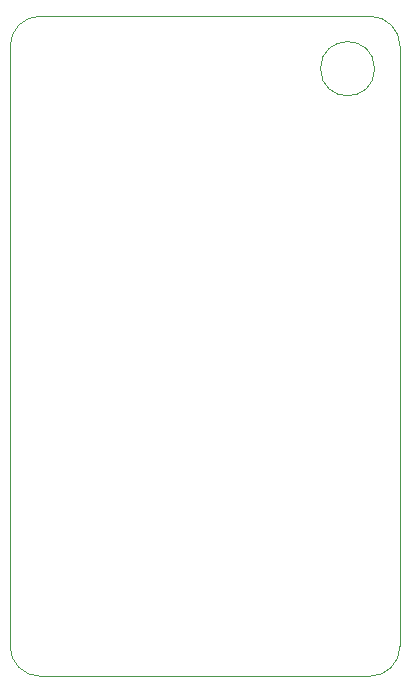
<source format=gbr>
%TF.GenerationSoftware,KiCad,Pcbnew,5.1.6-c6e7f7d~87~ubuntu19.10.1*%
%TF.CreationDate,2021-11-12T23:16:19-08:00*%
%TF.ProjectId,crobagotchi,63726f62-6167-46f7-9463-68692e6b6963,rev?*%
%TF.SameCoordinates,Original*%
%TF.FileFunction,Profile,NP*%
%FSLAX46Y46*%
G04 Gerber Fmt 4.6, Leading zero omitted, Abs format (unit mm)*
G04 Created by KiCad (PCBNEW 5.1.6-c6e7f7d~87~ubuntu19.10.1) date 2021-11-12 23:16:19*
%MOMM*%
%LPD*%
G01*
G04 APERTURE LIST*
%TA.AperFunction,Profile*%
%ADD10C,0.050000*%
%TD*%
G04 APERTURE END LIST*
D10*
X126114525Y-52705000D02*
G75*
G03*
X126114525Y-52705000I-2289525J0D01*
G01*
X97790000Y-104140000D02*
X125730000Y-104140000D01*
X97790000Y-104140000D02*
G75*
G02*
X95250000Y-101600000I0J2540000D01*
G01*
X95250000Y-50800000D02*
X95250000Y-101600000D01*
X99060000Y-48260000D02*
X97790000Y-48260000D01*
X95250000Y-50800000D02*
G75*
G02*
X97790000Y-48260000I2540000J0D01*
G01*
X125730000Y-48260000D02*
X99060000Y-48260000D01*
X125730000Y-48260000D02*
G75*
G02*
X128270000Y-50800000I0J-2540000D01*
G01*
X128270000Y-101600000D02*
X128270000Y-50800000D01*
X128270000Y-101600000D02*
G75*
G02*
X125730000Y-104140000I-2540000J0D01*
G01*
M02*

</source>
